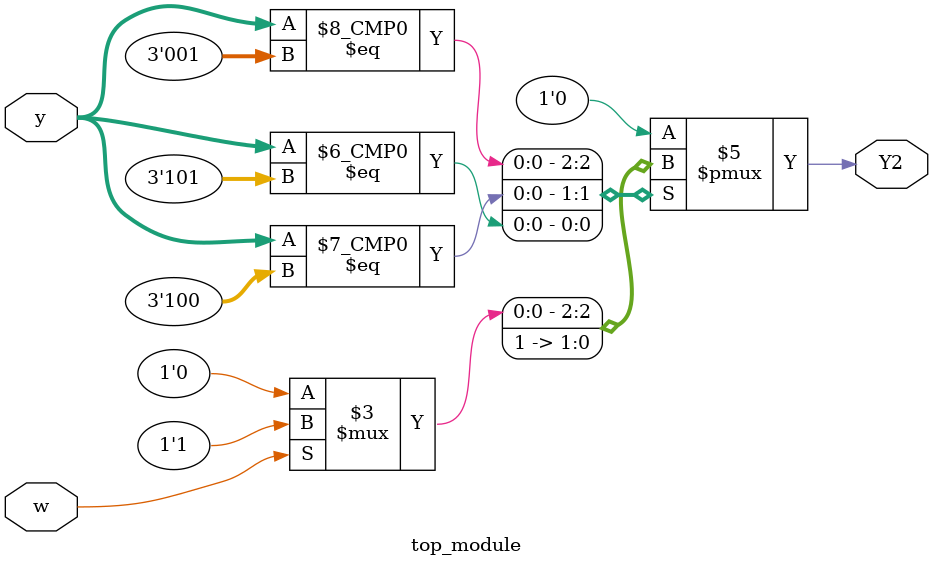
<source format=sv>
module top_module(
    input [3:1] y,
    input w,
    output reg Y2);

    // Define the states
    parameter A = 3'b000;
    parameter B = 3'b001;
    parameter C = 3'b010;
    parameter D = 3'b011;
    parameter E = 3'b100;
    parameter F = 3'b101;

    always @(*) begin
        case (y)
            A: Y2 = 1'b0; // A
            B: Y2 = (w == 1) ? 1'b1 : 1'b0; // 0->C, 1->D
            C: Y2 = 1'b0; // 0->E, 1->D (next state Y[2] is '0')
            D: Y2 = 1'b0; // 0->F, 1->A (next state Y[2] is '0')
            E: Y2 = 1'b1; // E (output is '1')
            F: Y2 = 1'b1; // F (output is '1')
            default: Y2 = 1'b0; // default case should never be hit
        endcase
    end
endmodule

</source>
